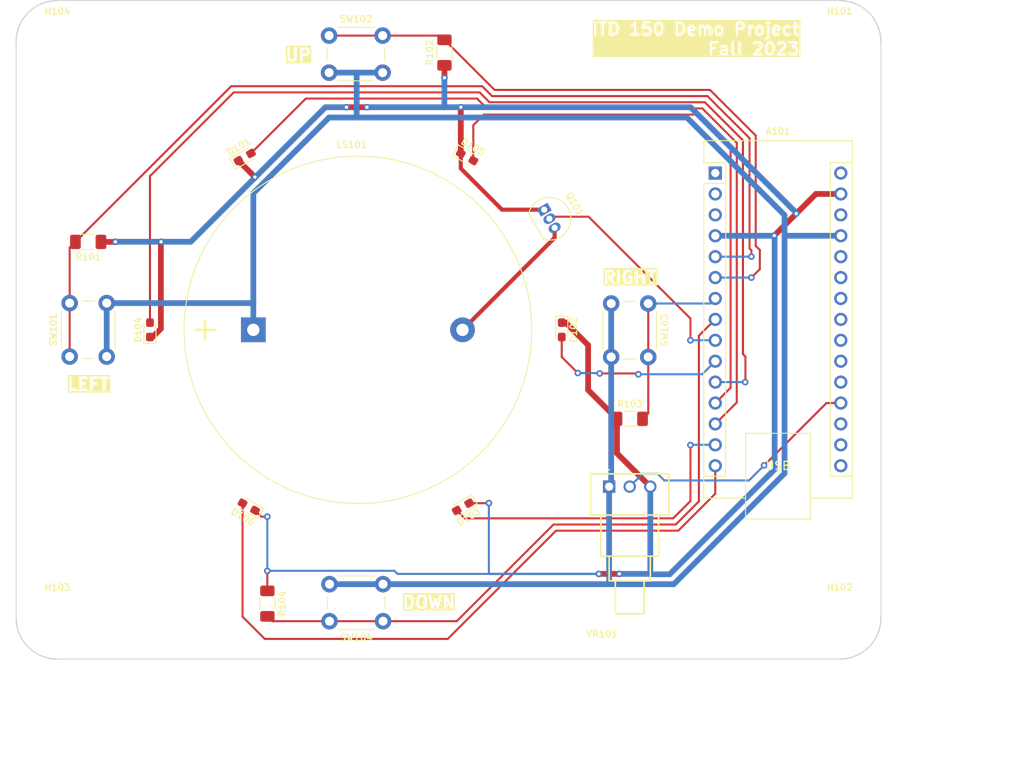
<source format=kicad_pcb>
(kicad_pcb (version 20221018) (generator pcbnew)
  (layers (0 "F.Cu" signal) (31 "B.Cu" signal) (34 "B.Paste" user) (35 "F.Paste" user) (36 "B.SilkS" user "B.Silkscreen") (37 "F.SilkS" user "F.Silkscreen") (38 "B.Mask" user) (39 "F.Mask" user) (44 "Edge.Cuts" user))
  (net 0 "")
  (net 4 "GND")
  (net 5 "/LEFT")
  (net 6 "/UP")
  (net 7 "/RIGHT")
  (net 8 "/DOWN")
  (net 9 "/SPEAKER_PWM")
  (net 10 "/LED_YELLOW")
  (net 11 "/LED_GREEN")
  (net 12 "/LED_YELLOW_PWM")
  (net 13 "/LED_GREEN_PWM")
  (net 14 "/LED_BLUE_PWM")
  (net 15 "/LED_BLUE")
  (net 17 "+3V3")
  (net 19 "/POTENTIOMETER_AIN")
  (net 27 "+5V")
  (net 30 "Net-(Q101-D)")
  (footprint "MountingHole:MountingHole_2.7mm_M2.5" (layer "F.Cu") (at 80 65)
    (fp_text reference "H104" (at 0 -3.7 unlocked) (layer "F.SilkS") (effects (font (size 0.8 0.8))))
    (fp_text value "M2.5")
    (pad "" np_thru_hole circle (at 0 0) (size 2.7 2.7) (drill 2.7) (layers "*.Cu" "*.Mask"))
  )
  (footprint "Button_Switch_THT:SW_PUSH_6mm_H4.3mm" (layer "F.Cu") (at 113 64.25)
    (fp_text reference "SW102" (at 3.25 -2 unlocked) (layer "F.SilkS") (effects (font (size 0.8 0.8))))
    (fp_text value "UP")
    (fp_line (start -0.25 1.5) (end -0.25 3) (stroke (width 0.12)) (layer "F.SilkS"))
    (fp_line (start 1 5.5) (end 5.5 5.5) (stroke (width 0.12)) (layer "F.SilkS"))
    (fp_line (start 5.5 -1) (end 1 -1) (stroke (width 0.12)) (layer "F.SilkS"))
    (fp_line (start 6.75 3) (end 6.75 1.5) (stroke (width 0.12)) (layer "F.SilkS"))
    (pad "1" thru_hole circle (at 0 0 90) (size 2 2) (drill 1.1) (layers "*.Cu" "*.Mask") (net 6 "/UP"))
    (pad "1" thru_hole circle (at 6.5 0 90) (size 2 2) (drill 1.1) (layers "*.Cu" "*.Mask") (net 6 "/UP"))
    (pad "2" thru_hole circle (at 0 4.5 90) (size 2 2) (drill 1.1) (layers "*.Cu" "*.Mask") (net 27 "+5V"))
    (pad "2" thru_hole circle (at 6.5 4.5 90) (size 2 2) (drill 1.1) (layers "*.Cu" "*.Mask") (net 27 "+5V"))
  )
  (footprint "MountingHole:MountingHole_2.7mm_M2.5" (layer "F.Cu") (at 175 65.000002)
    (fp_text reference "H101" (at 0 -3.7 unlocked) (layer "F.SilkS") (effects (font (size 0.8 0.8))))
    (fp_text value "M2.5")
    (pad "" np_thru_hole circle (at 0 0) (size 2.7 2.7) (drill 2.7) (layers "*.Cu" "*.Mask"))
  )
  (footprint "LED_SMD:LED_0603_1608Metric_Pad1.05x0.95mm_HandSolder" (layer "F.Cu") (at 103.25 121.5 150)
    (fp_text reference "D106" (at 0 -1.43 330 unlocked) (layer "F.SilkS") (effects (font (size 0.8 0.8))))
    (fp_text value "BLUE")
    (fp_line (start -1.66 -0.735) (end -1.66 0.735) (stroke (width 0.12)) (layer "F.SilkS"))
    (fp_line (start -1.66 0.735) (end 0.8 0.735) (stroke (width 0.12)) (layer "F.SilkS"))
    (fp_line (start 0.8 -0.735) (end -1.66 -0.735) (stroke (width 0.12)) (layer "F.SilkS"))
    (pad "1" smd roundrect (at -0.875 0 150) (size 1.05 0.95) (layers "F.Cu" "F.Paste" "F.Mask") (net 4 "GND"))
    (pad "2" smd roundrect (at 0.875 0 150) (size 1.05 0.95) (layers "F.Cu" "F.Paste" "F.Mask") (net 15 "/LED_BLUE"))
  )
  (footprint "Button_Switch_THT:SW_PUSH_6mm_H4.3mm" (layer "F.Cu") (at 119.55 135.4 180)
    (fp_text reference "SW104" (at 3.25 -2 unlocked) (layer "F.SilkS") (effects (font (size 0.8 0.8))))
    (fp_text value "DOWN")
    (fp_line (start -0.25 1.5) (end -0.25 3) (stroke (width 0.12)) (layer "F.SilkS"))
    (fp_line (start 1 5.5) (end 5.5 5.5) (stroke (width 0.12)) (layer "F.SilkS"))
    (fp_line (start 5.5 -1) (end 1 -1) (stroke (width 0.12)) (layer "F.SilkS"))
    (fp_line (start 6.75 3) (end 6.75 1.5) (stroke (width 0.12)) (layer "F.SilkS"))
    (pad "1" thru_hole circle (at 0 0 270) (size 2 2) (drill 1.1) (layers "*.Cu" "*.Mask") (net 8 "/DOWN"))
    (pad "1" thru_hole circle (at 6.5 0 270) (size 2 2) (drill 1.1) (layers "*.Cu" "*.Mask") (net 8 "/DOWN"))
    (pad "2" thru_hole circle (at 0 4.5 270) (size 2 2) (drill 1.1) (layers "*.Cu" "*.Mask") (net 27 "+5V"))
    (pad "2" thru_hole circle (at 6.5 4.5 270) (size 2 2) (drill 1.1) (layers "*.Cu" "*.Mask") (net 27 "+5V"))
  )
  (footprint "Button_Switch_THT:SW_PUSH_6mm_H4.3mm" (layer "F.Cu") (at 151.75 96.8 -90)
    (fp_text reference "SW103" (at 3.25 -2 90 unlocked) (layer "F.SilkS") (effects (font (size 0.8 0.8))))
    (fp_text value "RIGHT")
    (fp_line (start -0.25 1.5) (end -0.25 3) (stroke (width 0.12)) (layer "F.SilkS"))
    (fp_line (start 1 5.5) (end 5.5 5.5) (stroke (width 0.12)) (layer "F.SilkS"))
    (fp_line (start 5.5 -1) (end 1 -1) (stroke (width 0.12)) (layer "F.SilkS"))
    (fp_line (start 6.75 3) (end 6.75 1.5) (stroke (width 0.12)) (layer "F.SilkS"))
    (pad "1" thru_hole circle (at 0 0) (size 2 2) (drill 1.1) (layers "*.Cu" "*.Mask") (net 7 "/RIGHT"))
    (pad "1" thru_hole circle (at 6.5 0) (size 2 2) (drill 1.1) (layers "*.Cu" "*.Mask") (net 7 "/RIGHT"))
    (pad "2" thru_hole circle (at 0 4.5) (size 2 2) (drill 1.1) (layers "*.Cu" "*.Mask") (net 27 "+5V"))
    (pad "2" thru_hole circle (at 6.5 4.5) (size 2 2) (drill 1.1) (layers "*.Cu" "*.Mask") (net 27 "+5V"))
  )
  (footprint "LED_SMD:LED_0603_1608Metric_Pad1.05x0.95mm_HandSolder" (layer "F.Cu") (at 129.75 79 -30)
    (fp_text reference "D105" (at 0 -1.43 -30 unlocked) (layer "F.SilkS") (effects (font (size 0.8 0.8))))
    (fp_text value "BLUE")
    (fp_line (start -1.66 -0.735) (end -1.66 0.735) (stroke (width 0.12)) (layer "F.SilkS"))
    (fp_line (start -1.66 0.735) (end 0.8 0.735) (stroke (width 0.12)) (layer "F.SilkS"))
    (fp_line (start 0.8 -0.735) (end -1.66 -0.735) (stroke (width 0.12)) (layer "F.SilkS"))
    (pad "1" smd roundrect (at -0.875 0 330) (size 1.05 0.95) (layers "F.Cu" "F.Paste" "F.Mask") (net 4 "GND"))
    (pad "2" smd roundrect (at 0.875 0 330) (size 1.05 0.95) (layers "F.Cu" "F.Paste" "F.Mask") (net 14 "/LED_BLUE_PWM"))
  )
  (footprint "MountingHole:MountingHole_2.7mm_M2.5" (layer "F.Cu") (at 174.999998 135)
    (fp_text reference "H102" (at 0 -3.7 unlocked) (layer "F.SilkS") (effects (font (size 0.8 0.8))))
    (fp_text value "M2.5")
    (pad "" np_thru_hole circle (at 0 0) (size 2.7 2.7) (drill 2.7) (layers "*.Cu" "*.Mask"))
  )
  (footprint "LED_SMD:LED_0603_1608Metric_Pad1.05x0.95mm_HandSolder" (layer "F.Cu") (at 129.25 121.5 -150)
    (fp_text reference "D103" (at 0 -1.43 30 unlocked) (layer "F.SilkS") (effects (font (size 0.8 0.8))))
    (fp_text value "GREEN")
    (fp_line (start -1.66 -0.735) (end -1.66 0.735) (stroke (width 0.12)) (layer "F.SilkS"))
    (fp_line (start -1.66 0.735) (end 0.8 0.735) (stroke (width 0.12)) (layer "F.SilkS"))
    (fp_line (start 0.8 -0.735) (end -1.66 -0.735) (stroke (width 0.12)) (layer "F.SilkS"))
    (pad "1" smd roundrect (at -0.875 0 210) (size 1.05 0.95) (layers "F.Cu" "F.Paste" "F.Mask") (net 4 "GND"))
    (pad "2" smd roundrect (at 0.875 0 210) (size 1.05 0.95) (layers "F.Cu" "F.Paste" "F.Mask") (net 13 "/LED_GREEN_PWM"))
  )
  (footprint "LED_SMD:LED_0603_1608Metric_Pad1.05x0.95mm_HandSolder" (layer "F.Cu") (at 102.75 79 30)
    (fp_text reference "D101" (at 0 -1.43 30 unlocked) (layer "F.SilkS") (effects (font (size 0.8 0.8))))
    (fp_text value "YELLOW")
    (fp_line (start -1.66 -0.735) (end -1.66 0.735) (stroke (width 0.12)) (layer "F.SilkS"))
    (fp_line (start -1.66 0.735) (end 0.8 0.735) (stroke (width 0.12)) (layer "F.SilkS"))
    (fp_line (start 0.8 -0.735) (end -1.66 -0.735) (stroke (width 0.12)) (layer "F.SilkS"))
    (pad "1" smd roundrect (at -0.875 0 30) (size 1.05 0.95) (layers "F.Cu" "F.Paste" "F.Mask") (net 4 "GND"))
    (pad "2" smd roundrect (at 0.875 0 30) (size 1.05 0.95) (layers "F.Cu" "F.Paste" "F.Mask") (net 12 "/LED_YELLOW_PWM"))
  )
  (footprint "MountingHole:MountingHole_2.7mm_M2.5" (layer "F.Cu") (at 79.999998 134.999998)
    (fp_text reference "H103" (at 0 -3.7 unlocked) (layer "F.SilkS") (effects (font (size 0.8 0.8))))
    (fp_text value "M2.5")
    (pad "" np_thru_hole circle (at 0 0) (size 2.7 2.7) (drill 2.7) (layers "*.Cu" "*.Mask"))
  )
  (footprint "Buzzer_Beeper:MagneticBuzzer_ProjectsUnlimited_AI-4228-TWT-R" (layer "F.Cu") (at 103.8 100)
    (fp_text reference "LS101" (at 11.95 -22.5 unlocked) (layer "F.SilkS") (effects (font (size 0.8 0.8))))
    (fp_text value "Speaker")
    (fp_text user "+" (at -5.85 -0.2) (layer "F.SilkS") (effects (font (size 3 3) (thickness 0.3))))
    (fp_circle (center 12.7 0) (end 33.8 0) (stroke (width 0.12)) (fill none) (layer "F.SilkS"))
    (pad "1" thru_hole rect (at 0 0) (size 3 3) (drill 1.5) (layers "*.Cu" "*.Mask") (net 27 "+5V"))
    (pad "2" thru_hole circle (at 25.4 0) (size 3 3) (drill 1.5) (layers "*.Cu" "*.Mask") (net 30 "Net-(Q101-D)"))
  )
  (footprint "Resistor_SMD:R_1206_3216Metric_Pad1.30x1.75mm_HandSolder" (layer "F.Cu") (at 105.507772 133.2625 -90)
    (fp_text reference "R104" (at 0 -1.82 90 unlocked) (layer "F.SilkS") (effects (font (size 0.8 0.8))))
    (fp_text value "10k")
    (fp_line (start -0.727064 -0.91) (end 0.727064 -0.91) (stroke (width 0.12)) (layer "F.SilkS"))
    (fp_line (start -0.727064 0.91) (end 0.727064 0.91) (stroke (width 0.12)) (layer "F.SilkS"))
    (pad "1" smd roundrect (at -1.55 0 270) (size 1.3 1.75) (layers "F.Cu" "F.Paste" "F.Mask") (roundrect_rratio 0.1923076923) (net 4 "GND"))
    (pad "2" smd roundrect (at 1.55 0 270) (size 1.3 1.75) (layers "F.Cu" "F.Paste" "F.Mask") (roundrect_rratio 0.1923076923) (net 8 "/DOWN"))
  )
  (footprint "Button_Switch_THT:SW_PUSH_6mm_H4.3mm" (layer "F.Cu") (at 81.5 103.25 90)
    (fp_text reference "SW101" (at 3.25 -2 90 unlocked) (layer "F.SilkS") (effects (font (size 0.8 0.8))))
    (fp_text value "LEFT")
    (fp_line (start -0.25 1.5) (end -0.25 3) (stroke (width 0.12)) (layer "F.SilkS"))
    (fp_line (start 1 5.5) (end 5.5 5.5) (stroke (width 0.12)) (layer "F.SilkS"))
    (fp_line (start 5.5 -1) (end 1 -1) (stroke (width 0.12)) (layer "F.SilkS"))
    (fp_line (start 6.75 3) (end 6.75 1.5) (stroke (width 0.12)) (layer "F.SilkS"))
    (pad "1" thru_hole circle (at 0 0 180) (size 2 2) (drill 1.1) (layers "*.Cu" "*.Mask") (net 5 "/LEFT"))
    (pad "1" thru_hole circle (at 6.5 0 180) (size 2 2) (drill 1.1) (layers "*.Cu" "*.Mask") (net 5 "/LEFT"))
    (pad "2" thru_hole circle (at 0 4.5 180) (size 2 2) (drill 1.1) (layers "*.Cu" "*.Mask") (net 27 "+5V"))
    (pad "2" thru_hole circle (at 6.5 4.5 180) (size 2 2) (drill 1.1) (layers "*.Cu" "*.Mask") (net 27 "+5V"))
  )
  (footprint "Resistor_SMD:R_1206_3216Metric_Pad1.30x1.75mm_HandSolder" (layer "F.Cu") (at 127.007772 66.3125 90)
    (fp_text reference "R102" (at 0 -1.82 90 unlocked) (layer "F.SilkS") (effects (font (size 0.8 0.8))))
    (fp_text value "10k")
    (fp_line (start -0.727064 -0.91) (end 0.727064 -0.91) (stroke (width 0.12)) (layer "F.SilkS"))
    (fp_line (start -0.727064 0.91) (end 0.727064 0.91) (stroke (width 0.12)) (layer "F.SilkS"))
    (pad "1" smd roundrect (at -1.55 0 90) (size 1.3 1.75) (layers "F.Cu" "F.Paste" "F.Mask") (roundrect_rratio 0.1923076923) (net 4 "GND"))
    (pad "2" smd roundrect (at 1.55 0 90) (size 1.3 1.75) (layers "F.Cu" "F.Paste" "F.Mask") (roundrect_rratio 0.1923076923) (net 6 "/UP"))
  )
  (footprint "footprints:alps_alpine_RK09Y11L0001" (layer "F.Cu") (at 147 119.05 90)
    (fp_text reference "VR101" (at -17.9 -0.85 unlocked) (layer "F.SilkS") (effects (font (size 0.8 0.8))))
    (fp_text value "RK09Y11L0001" hide)
    (fp_line (start -15.45 0.75) (end -15.45 4.25) (stroke (width 0.2)) (layer "F.SilkS"))
    (fp_line (start -15.45 4.25) (end -11.45 4.25) (stroke (width 0.2)) (layer "F.SilkS"))
    (fp_line (start -11.45 0) (end -11.45 5) (stroke (width 0.2)) (layer "F.SilkS"))
    (fp_line (start -11.45 0.75) (end -15.45 0.75) (stroke (width 0.2)) (layer "F.SilkS"))
    (fp_line (start -11.45 5) (end -8.45 5) (stroke (width 0.2)) (layer "F.SilkS"))
    (fp_line (start -8.45 -1) (end -8.45 6) (stroke (width 0.2)) (layer "F.SilkS"))
    (fp_line (start -8.45 0) (end -11.45 0) (stroke (width 0.2)) (layer "F.SilkS"))
    (fp_line (start -8.45 6) (end -3.45 6) (stroke (width 0.2)) (layer "F.SilkS"))
    (fp_line (start -3.45 -2.25) (end 1.55 -2.25) (stroke (width 0.2)) (layer "F.SilkS"))
    (fp_line (start -3.45 -1) (end -8.45 -1) (stroke (width 0.2)) (layer "F.SilkS"))
    (fp_line (start -3.45 7.25) (end -3.45 -2.25) (stroke (width 0.2)) (layer "F.SilkS"))
    (fp_line (start 1.55 -2.25) (end 1.55 7.25) (stroke (width 0.2)) (layer "F.SilkS"))
    (fp_line (start 1.55 7.25) (end -3.45 7.25) (stroke (width 0.2)) (layer "F.SilkS"))
    (fp_line (start 2 0) (end 2 0) (stroke (width 0.1)) (layer "F.SilkS"))
    (fp_line (start 2.1 0) (end 2.1 0) (stroke (width 0.1)) (layer "F.SilkS"))
    (fp_arc (start 2 0) (mid 2.05 -0.05) (end 2.1 0) (stroke (width 0.1)) (layer "F.SilkS"))
    (fp_arc (start 2.1 0) (mid 2.05 0.05) (end 2 0) (stroke (width 0.1)) (layer "F.SilkS"))
    (pad "1" thru_hole rect (at 0 0 90) (size 1.5 1.5) (drill 1) (layers "*.Cu" "*.Mask") (net 27 "+5V"))
    (pad "2" thru_hole circle (at 0 2.5 90) (size 1.5 1.5) (drill 1) (layers "*.Cu" "*.Mask") (net 19 "/POTENTIOMETER_AIN"))
    (pad "3" thru_hole circle (at 0 5 90) (size 1.5 1.5) (drill 1) (layers "*.Cu" "*.Mask") (net 4 "GND"))
  )
  (footprint "Module:Arduino_Nano" (layer "F.Cu") (at 159.89 80.95)
    (fp_text reference "A101" (at 7.62 -5.08 unlocked) (layer "F.SilkS") (effects (font (size 0.8 0.8))))
    (fp_text value "Arduino_Nano_v3.x")
    (fp_text user "USB" (at 7.62 35.56 unlocked) (layer "F.SilkS"))
    (fp_line (start -1.4 -3.94) (end -1.4 -1.27) (stroke (width 0.12)) (layer "F.SilkS"))
    (fp_line (start -1.4 1.27) (end -1.4 39.5) (stroke (width 0.12)) (layer "F.SilkS"))
    (fp_line (start -1.4 39.5) (end 3.68 39.5) (stroke (width 0.12)) (layer "F.SilkS"))
    (fp_line (start 1.27 -1.27) (end -1.4 -1.27) (stroke (width 0.12)) (layer "F.SilkS"))
    (fp_line (start 1.27 1.27) (end -1.4 1.27) (stroke (width 0.12)) (layer "F.SilkS"))
    (fp_line (start 1.27 1.27) (end 1.27 -1.27) (stroke (width 0.12)) (layer "F.SilkS"))
    (fp_line (start 1.27 1.27) (end 1.27 36.83) (stroke (width 0.12)) (layer "F.SilkS"))
    (fp_line (start 1.27 36.83) (end -1.4 36.83) (stroke (width 0.12)) (layer "F.SilkS"))
    (fp_line (start 3.68 31.62) (end 11.56 31.62) (stroke (width 0.12)) (layer "F.SilkS"))
    (fp_line (start 3.68 42.04) (end 3.68 31.62) (stroke (width 0.12)) (layer "F.SilkS"))
    (fp_line (start 11.56 31.62) (end 11.56 42.04) (stroke (width 0.12)) (layer "F.SilkS"))
    (fp_line (start 11.56 42.04) (end 3.68 42.04) (stroke (width 0.12)) (layer "F.SilkS"))
    (fp_line (start 13.97 -1.27) (end 13.97 36.83) (stroke (width 0.12)) (layer "F.SilkS"))
    (fp_line (start 13.97 -1.27) (end 16.64 -1.27) (stroke (width 0.12)) (layer "F.SilkS"))
    (fp_line (start 13.97 36.83) (end 16.64 36.83) (stroke (width 0.12)) (layer "F.SilkS"))
    (fp_line (start 16.64 -3.94) (end -1.4 -3.94) (stroke (width 0.12)) (layer "F.SilkS"))
    (fp_line (start 16.64 39.5) (end 11.56 39.5) (stroke (width 0.12)) (layer "F.SilkS"))
    (fp_line (start 16.64 39.5) (end 16.64 -3.94) (stroke (width 0.12)) (layer "F.SilkS"))
    (pad "1" thru_hole rect (at 0 0) (size 1.6 1.6) (drill 1) (layers "*.Cu" "*.Mask"))
    (pad "2" thru_hole oval (at 0 2.54) (size 1.6 1.6) (drill 1) (layers "*.Cu" "*.Mask"))
    (pad "3" thru_hole oval (at 0 5.08) (size 1.6 1.6) (drill 1) (layers "*.Cu" "*.Mask"))
    (pad "4" thru_hole oval (at 0 7.62) (size 1.6 1.6) (drill 1) (layers "*.Cu" "*.Mask") (net 4 "GND"))
    (pad "5" thru_hole oval (at 0 10.16) (size 1.6 1.6) (drill 1) (layers "*.Cu" "*.Mask") (net 5 "/LEFT"))
    (pad "6" thru_hole oval (at 0 12.7) (size 1.6 1.6) (drill 1) (layers "*.Cu" "*.Mask") (net 6 "/UP"))
    (pad "7" thru_hole oval (at 0 15.24) (size 1.6 1.6) (drill 1) (layers "*.Cu" "*.Mask") (net 7 "/RIGHT"))
    (pad "8" thru_hole oval (at 0 17.78) (size 1.6 1.6) (drill 1) (layers "*.Cu" "*.Mask") (net 8 "/DOWN"))
    (pad "9" thru_hole oval (at 0 20.32) (size 1.6 1.6) (drill 1) (layers "*.Cu" "*.Mask") (net 9 "/SPEAKER_PWM"))
    (pad "10" thru_hole oval (at 0 22.86) (size 1.6 1.6) (drill 1) (layers "*.Cu" "*.Mask") (net 10 "/LED_YELLOW"))
    (pad "11" thru_hole oval (at 0 25.4) (size 1.6 1.6) (drill 1) (layers "*.Cu" "*.Mask") (net 11 "/LED_GREEN"))
    (pad "12" thru_hole oval (at 0 27.94) (size 1.6 1.6) (drill 1) (layers "*.Cu" "*.Mask") (net 14 "/LED_BLUE_PWM"))
    (pad "13" thru_hole oval (at 0 30.48) (size 1.6 1.6) (drill 1) (layers "*.Cu" "*.Mask") (net 12 "/LED_YELLOW_PWM"))
    (pad "14" thru_hole oval (at 0 33.02) (size 1.6 1.6) (drill 1) (layers "*.Cu" "*.Mask") (net 13 "/LED_GREEN_PWM"))
    (pad "15" thru_hole oval (at 0 35.56) (size 1.6 1.6) (drill 1) (layers "*.Cu" "*.Mask") (net 15 "/LED_BLUE"))
    (pad "16" thru_hole oval (at 15.24 35.56) (size 1.6 1.6) (drill 1) (layers "*.Cu" "*.Mask"))
    (pad "17" thru_hole oval (at 15.24 33.02) (size 1.6 1.6) (drill 1) (layers "*.Cu" "*.Mask") (net 17 "+3V3"))
    (pad "18" thru_hole oval (at 15.24 30.48) (size 1.6 1.6) (drill 1) (layers "*.Cu" "*.Mask"))
    (pad "19" thru_hole oval (at 15.24 27.94) (size 1.6 1.6) (drill 1) (layers "*.Cu" "*.Mask") (net 19 "/POTENTIOMETER_AIN"))
    (pad "20" thru_hole oval (at 15.24 25.4) (size 1.6 1.6) (drill 1) (layers "*.Cu" "*.Mask"))
    (pad "21" thru_hole oval (at 15.24 22.86) (size 1.6 1.6) (drill 1) (layers "*.Cu" "*.Mask"))
    (pad "22" thru_hole oval (at 15.24 20.32) (size 1.6 1.6) (drill 1) (layers "*.Cu" "*.Mask"))
    (pad "23" thru_hole oval (at 15.24 17.78) (size 1.6 1.6) (drill 1) (layers "*.Cu" "*.Mask"))
    (pad "24" thru_hole oval (at 15.24 15.24) (size 1.6 1.6) (drill 1) (layers "*.Cu" "*.Mask"))
    (pad "25" thru_hole oval (at 15.24 12.7) (size 1.6 1.6) (drill 1) (layers "*.Cu" "*.Mask"))
    (pad "26" thru_hole oval (at 15.24 10.16) (size 1.6 1.6) (drill 1) (layers "*.Cu" "*.Mask"))
    (pad "27" thru_hole oval (at 15.24 7.62) (size 1.6 1.6) (drill 1) (layers "*.Cu" "*.Mask") (net 27 "+5V"))
    (pad "28" thru_hole oval (at 15.24 5.08) (size 1.6 1.6) (drill 1) (layers "*.Cu" "*.Mask"))
    (pad "29" thru_hole oval (at 15.24 2.54) (size 1.6 1.6) (drill 1) (layers "*.Cu" "*.Mask") (net 4 "GND"))
    (pad "30" thru_hole oval (at 15.24 0) (size 1.6 1.6) (drill 1) (layers "*.Cu" "*.Mask"))
  )
  (footprint "Package_TO_SOT_THT:TO-92_Inline" (layer "F.Cu") (at 139.115 85.400148 -60)
    (fp_text reference "Q101" (at 1.27 -3.56 -60 unlocked) (layer "F.SilkS") (effects (font (size 0.8 0.8))))
    (fp_text value "2N7000")
    (fp_line (start -0.53 1.85) (end 3.07 1.85) (stroke (width 0.12)) (layer "F.SilkS"))
    (fp_arc (start -0.568478 1.838478) (mid -1.132087 -0.994977) (end 1.27 -2.6) (stroke (width 0.12)) (layer "F.SilkS"))
    (fp_arc (start 1.27 -2.6) (mid 3.672087 -0.994977) (end 3.108478 1.838478) (stroke (width 0.12)) (layer "F.SilkS"))
    (pad "1" thru_hole rect (at 0 0 300) (size 1.05 1.5) (drill 0.75) (layers "*.Cu" "*.Mask") (net 4 "GND"))
    (pad "2" thru_hole oval (at 1.27 0 300) (size 1.05 1.5) (drill 0.75) (layers "*.Cu" "*.Mask") (net 9 "/SPEAKER_PWM"))
    (pad "3" thru_hole oval (at 2.54 0 300) (size 1.05 1.5) (drill 0.75) (layers "*.Cu" "*.Mask") (net 30 "Net-(Q101-D)"))
  )
  (footprint "LED_SMD:LED_0603_1608Metric_Pad1.05x0.95mm_HandSolder" (layer "F.Cu") (at 141.25 100 -90)
    (fp_text reference "D102" (at 0 -1.43 90 unlocked) (layer "F.SilkS") (effects (font (size 0.8 0.8))))
    (fp_text value "YELLOW")
    (fp_line (start -1.66 -0.735) (end -1.66 0.735) (stroke (width 0.12)) (layer "F.SilkS"))
    (fp_line (start -1.66 0.735) (end 0.8 0.735) (stroke (width 0.12)) (layer "F.SilkS"))
    (fp_line (start 0.8 -0.735) (end -1.66 -0.735) (stroke (width 0.12)) (layer "F.SilkS"))
    (pad "1" smd roundrect (at -0.875 0 270) (size 1.05 0.95) (layers "F.Cu" "F.Paste" "F.Mask") (net 4 "GND"))
    (pad "2" smd roundrect (at 0.875 0 270) (size 1.05 0.95) (layers "F.Cu" "F.Paste" "F.Mask") (net 10 "/LED_YELLOW"))
  )
  (footprint "Resistor_SMD:R_1206_3216Metric_Pad1.30x1.75mm_HandSolder" (layer "F.Cu") (at 83.75 89.3125 180)
    (fp_text reference "R101" (at 0 -1.82 unlocked) (layer "F.SilkS") (effects (font (size 0.8 0.8))))
    (fp_text value "10k")
    (fp_line (start -0.727064 -0.91) (end 0.727064 -0.91) (stroke (width 0.12)) (layer "F.SilkS"))
    (fp_line (start -0.727064 0.91) (end 0.727064 0.91) (stroke (width 0.12)) (layer "F.SilkS"))
    (pad "1" smd roundrect (at -1.55 0 180) (size 1.3 1.75) (layers "F.Cu" "F.Paste" "F.Mask") (roundrect_rratio 0.1923076923) (net 4 "GND"))
    (pad "2" smd roundrect (at 1.55 0 180) (size 1.3 1.75) (layers "F.Cu" "F.Paste" "F.Mask") (roundrect_rratio 0.1923076923) (net 5 "/LEFT"))
  )
  (footprint "Resistor_SMD:R_1206_3216Metric_Pad1.30x1.75mm_HandSolder" (layer "F.Cu") (at 149.507772 110.8125)
    (fp_text reference "R103" (at 0 -1.82 unlocked) (layer "F.SilkS") (effects (font (size 0.8 0.8))))
    (fp_text value "10k")
    (fp_line (start -0.727064 -0.91) (end 0.727064 -0.91) (stroke (width 0.12)) (layer "F.SilkS"))
    (fp_line (start -0.727064 0.91) (end 0.727064 0.91) (stroke (width 0.12)) (layer "F.SilkS"))
    (pad "1" smd roundrect (at -1.55 0) (size 1.3 1.75) (layers "F.Cu" "F.Paste" "F.Mask") (roundrect_rratio 0.1923076923) (net 4 "GND"))
    (pad "2" smd roundrect (at 1.55 0) (size 1.3 1.75) (layers "F.Cu" "F.Paste" "F.Mask") (roundrect_rratio 0.1923076923) (net 7 "/RIGHT"))
  )
  (footprint "LED_SMD:LED_0603_1608Metric_Pad1.05x0.95mm_HandSolder" (layer "F.Cu") (at 91.25 100 90)
    (fp_text reference "D104" (at 0 -1.43 90 unlocked) (layer "F.SilkS") (effects (font (size 0.8 0.8))))
    (fp_text value "GREEN")
    (fp_line (start -1.66 -0.735) (end -1.66 0.735) (stroke (width 0.12)) (layer "F.SilkS"))
    (fp_line (start -1.66 0.735) (end 0.8 0.735) (stroke (width 0.12)) (layer "F.SilkS"))
    (fp_line (start 0.8 -0.735) (end -1.66 -0.735) (stroke (width 0.12)) (layer "F.SilkS"))
    (pad "1" smd roundrect (at -0.875 0 90) (size 1.05 0.95) (layers "F.Cu" "F.Paste" "F.Mask") (net 4 "GND"))
    (pad "2" smd roundrect (at 0.875 0 90) (size 1.05 0.95) (layers "F.Cu" "F.Paste" "F.Mask") (net 11 "/LED_GREEN"))
  )
  (gr_arc (start 175 60.000002) (mid 178.535533 61.464468) (end 180 65.000002) (stroke (width 0.15)) (layer "Edge.Cuts"))
  (gr_line (start 180 65.000002) (end 179.999998 135) (stroke (width 0.1)) (layer "Edge.Cuts"))
  (gr_line (start 75 65) (end 74.999998 134.999998) (stroke (width 0.1)) (layer "Edge.Cuts"))
  (gr_arc (start 75 65) (mid 76.464466 61.464467) (end 80 60) (stroke (width 0.15)) (layer "Edge.Cuts"))
  (gr_line (start 175 60.000002) (end 80 60) (stroke (width 0.1)) (layer "Edge.Cuts"))
  (gr_arc (start 79.999998 139.999998) (mid 76.464465 138.535532) (end 74.999998 134.999998) (stroke (width 0.15)) (layer "Edge.Cuts"))
  (gr_line (start 79.999998 139.999998) (end 174.999998 140) (stroke (width 0.1)) (layer "Edge.Cuts"))
  (gr_arc (start 179.999998 135) (mid 178.535532 138.535533) (end 174.999998 140) (stroke (width 0.15)) (layer "Edge.Cuts"))
  (gr_text "RIGHT" (at 149.5 94.5) (layer "F.SilkS" knockout) (effects (font (size 1.5 1.5) (thickness 0.3) bold) (justify bottom)))
  (gr_text "DOWN" (at 121.75 134) (layer "F.SilkS" knockout) (effects (font (size 1.5 1.5) (thickness 0.3) bold) (justify left bottom)))
  (gr_text "ITD 150 Demo Project\nFall 2023" (at 170.25 66.75) (layer "F.SilkS" knockout) (effects (font (size 1.5 1.5) (thickness 0.25) bold) (justify right bottom)))
  (gr_text "UP" (at 111 67.5) (layer "F.SilkS" knockout) (effects (font (size 1.5 1.5) (thickness 0.3) bold) (justify right bottom)))
  (gr_text "LEFT" (at 83.75 107.5) (layer "F.SilkS" knockout) (effects (font (size 1.5 1.5) (thickness 0.3) bold) (justify bottom)))
  (segment (start 169.72525 85.87525) (end 167.0505 88.55) (width 0.7) (layer "F.Cu") (net 4))
  (segment (start 101.992228 79.442228) (end 103.99147 81.44147) (width 0.7) (layer "F.Cu") (net 4))
  (segment (start 172.1105 83.49) (end 169.72525 85.87525) (width 0.7) (layer "F.Cu") (net 4))
  (segment (start 128.992228 78.5625) (end 128.992228 80.392228) (width 0.5) (layer "F.Cu") (net 4))
  (segment (start 147.957772 110.8125) (end 147.957772 115.007772) (width 0.7) (layer "F.Cu") (net 4))
  (segment (start 104.007772 121.9375) (end 104.770272 122.7) (width 0.25) (layer "F.Cu") (net 4))
  (segment (start 101.992228 79.4375) (end 101.992228 79.442228) (width 0.7) (layer "F.Cu") (net 4))
  (segment (start 92.575 89.325) (end 92.575 99.862957) (width 0.7) (layer "F.Cu") (net 4))
  (segment (start 127.007772 69.367728) (end 127 69.3755) (width 0.7) (layer "F.Cu") (net 4))
  (segment (start 141.725 99.125) (end 144.45 101.85) (width 0.7) (layer "F.Cu") (net 4))
  (segment (start 141.25 99.125) (end 141.725 99.125) (width 0.7) (layer "F.Cu") (net 4))
  (segment (start 132.3875 121.0625) (end 132.4 121.05) (width 0.25) (layer "F.Cu") (net 4))
  (segment (start 128.992228 72.958272) (end 129 72.9505) (width 0.7) (layer "F.Cu") (net 4))
  (segment (start 104.770272 122.7) (end 105.5 122.7) (width 0.25) (layer "F.Cu") (net 4))
  (segment (start 128.992228 80.392228) (end 134.000148 85.400148) (width 0.5) (layer "F.Cu") (net 4))
  (segment (start 128.992228 78.5625) (end 128.992228 72.958272) (width 0.7) (layer "F.Cu") (net 4))
  (segment (start 144.45 101.85) (end 144.45 107.304728) (width 0.7) (layer "F.Cu") (net 4))
  (segment (start 134.000148 85.400148) (end 139.115 85.400148) (width 0.5) (layer "F.Cu") (net 4))
  (segment (start 91.562957 100.875) (end 91.25 100.875) (width 0.7) (layer "F.Cu") (net 4))
  (segment (start 115.1005 72.9505) (end 117.5995 72.9505) (width 0.7) (layer "F.Cu") (net 4))
  (segment (start 130.007772 121.0625) (end 132.3875 121.0625) (width 0.25) (layer "F.Cu") (net 4))
  (segment (start 147.957772 115.007772) (end 152 119.05) (width 0.7) (layer "F.Cu") (net 4))
  (segment (start 148.2495 129.6505) (end 145.7505 129.6505) (width 0.7) (layer "F.Cu") (net 4))
  (segment (start 87.0375 89.3125) (end 87.05 89.3) (width 0.7) (layer "F.Cu") (net 4))
  (segment (start 92.575 99.862957) (end 91.562957 100.875) (width 0.7) (layer "F.Cu") (net 4))
  (segment (start 144.45 107.304728) (end 147.957772 110.8125) (width 0.7) (layer "F.Cu") (net 4))
  (segment (start 105.5 131.704728) (end 105.507772 131.7125) (width 0.25) (layer "F.Cu") (net 4))
  (segment (start 175.13 83.49) (end 172.1105 83.49) (width 0.7) (layer "F.Cu") (net 4))
  (segment (start 105.5 129.285136) (end 105.5 131.704728) (width 0.25) (layer "F.Cu") (net 4))
  (segment (start 85.3 89.3125) (end 87.0375 89.3125) (width 0.7) (layer "F.Cu") (net 4))
  (segment (start 127.007772 67.8625) (end 127.007772 69.367728) (width 0.7) (layer "F.Cu") (net 4))
  (segment (start 92.6 89.3) (end 92.575 89.325) (width 0.7) (layer "F.Cu") (net 4))
  (via (at 87.05 89.3) (size 0.8) (drill 0.4) (layers "F.Cu" "B.Cu") (net 4))
  (via (at 105.5 122.7) (size 0.8) (drill 0.4) (layers "F.Cu" "B.Cu") (net 4))
  (via (at 115.1005 72.9505) (size 0.8) (drill 0.4) (layers "F.Cu" "B.Cu") (net 4))
  (via (at 92.6 89.3) (size 0.8) (drill 0.4) (layers "F.Cu" "B.Cu") (net 4))
  (via (at 103.99147 81.44147) (size 0.8) (drill 0.4) (layers "F.Cu" "B.Cu") (net 4))
  (via (at 127 69.3755) (size 0.8) (drill 0.4) (layers "F.Cu" "B.Cu") (net 4))
  (via (at 148.2495 129.6505) (size 0.8) (drill 0.4) (layers "F.Cu" "B.Cu") (net 4))
  (via (at 129 72.9505) (size 0.8) (drill 0.4) (layers "F.Cu" "B.Cu") (net 4))
  (via (at 132.4 121.05) (size 0.8) (drill 0.4) (layers "F.Cu" "B.Cu") (net 4))
  (via (at 169.72525 85.87525) (size 0.8) (drill 0.4) (layers "F.Cu" "B.Cu") (net 4))
  (via (at 167.0505 88.55) (size 0.8) (drill 0.4) (layers "F.Cu" "B.Cu") (net 4))
  (via (at 117.5995 72.9505) (size 0.8) (drill 0.4) (layers "F.Cu" "B.Cu") (net 4))
  (via (at 105.5 129.285136) (size 0.8) (drill 0.4) (layers "F.Cu" "B.Cu") (net 4))
  (via (at 145.7505 129.6505) (size 0.8) (drill 0.4) (layers "F.Cu" "B.Cu") (net 4))
  (segment (start 96.202944 89.3) (end 112.552444 72.9505) (width 0.7) (layer "B.Cu") (net 4))
  (segment (start 117.5995 72.9505) (end 127 72.9505) (width 0.7) (layer "B.Cu") (net 4))
  (segment (start 112.552444 72.9505) (end 115.1005 72.9505) (width 0.7) (layer "B.Cu") (net 4))
  (segment (start 152 119.05) (end 152 129.7) (width 0.7) (layer "B.Cu") (net 4))
  (segment (start 105.510136 129.275) (end 120.925 129.275) (width 0.25) (layer "B.Cu") (net 4))
  (segment (start 169.72525 85.788194) (end 169.72525 85.87525) (width 0.7) (layer "B.Cu") (net 4))
  (segment (start 152 129.7) (end 154.352944 129.7) (width 0.7) (layer "B.Cu") (net 4))
  (segment (start 167.0305 88.57) (end 167.0505 88.55) (width 0.7) (layer "B.Cu") (net 4))
  (segment (start 151.9505 129.6505) (end 152 129.7) (width 0.7) (layer "B.Cu") (net 4))
  (segment (start 127 72.9505) (end 129 72.9505) (width 0.7) (layer "B.Cu") (net 4))
  (segment (start 132.4 121.05) (end 132.4 129.6505) (width 0.25) (layer "B.Cu") (net 4))
  (segment (start 121.3 129.65) (end 145.75 129.65) (width 0.25) (layer "B.Cu") (net 4))
  (segment (start 167.1 88.5995) (end 167.0505 88.55) (width 0.7) (layer "B.Cu") (net 4))
  (segment (start 87.05 89.3) (end 96.202944 89.3) (width 0.7) (layer "B.Cu") (net 4))
  (segment (start 132.4 129.6505) (end 145.7505 129.6505) (width 0.25) (layer "B.Cu") (net 4))
  (segment (start 127 69.3755) (end 127 72.9505) (width 0.7) (layer "B.Cu") (net 4))
  (segment (start 154.352944 129.7) (end 167.1 116.952944) (width 0.7) (layer "B.Cu") (net 4))
  (segment (start 167.1 116.952944) (end 167.1 88.5995) (width 0.7) (layer "B.Cu") (net 4))
  (segment (start 145.75 129.65) (end 145.7505 129.6505) (width 0.25) (layer "B.Cu") (net 4))
  (segment (start 120.925 129.275) (end 121.3 129.65) (width 0.25) (layer "B.Cu") (net 4))
  (segment (start 105.5 129.285136) (end 105.5 122.7) (width 0.25) (layer "B.Cu") (net 4))
  (segment (start 159.89 88.57) (end 167.0305 88.57) (width 0.7) (layer "B.Cu") (net 4))
  (segment (start 156.887556 72.9505) (end 169.72525 85.788194) (width 0.7) (layer "B.Cu") (net 4))
  (segment (start 129 72.9505) (end 156.887556 72.9505) (width 0.7) (layer "B.Cu") (net 4))
  (segment (start 148.2495 129.6505) (end 151.9505 129.6505) (width 0.7) (layer "B.Cu") (net 4))
  (segment (start 105.5 129.285136) (end 105.510136 129.275) (width 0.25) (layer "B.Cu") (net 4))
  (segment (start 158.93934 71.6) (end 164.05 76.71066) (width 0.25) (layer "F.Cu") (net 5))
  (segment (start 164.05 90.11066) (end 164.2745 90.33516) (width 0.25) (layer "F.Cu") (net 5))
  (segment (start 101.1125 70.4) (end 131.584612 70.4) (width 0.25) (layer "F.Cu") (net 5))
  (segment (start 164.2745 90.33516) (end 164.2745 91.0255) (width 0.25) (layer "F.Cu") (net 5))
  (segment (start 164.05 76.71066) (end 164.05 90.11066) (width 0.25) (layer "F.Cu") (net 5))
  (segment (start 131.584612 70.4) (end 132.784612 71.6) (width 0.25) (layer "F.Cu") (net 5))
  (segment (start 81.5 90.0125) (end 82.2 89.3125) (width 0.25) (layer "F.Cu") (net 5))
  (segment (start 82.2 89.3125) (end 101.1125 70.4) (width 0.25) (layer "F.Cu") (net 5))
  (segment (start 81.5 103.25) (end 81.5 90.0125) (width 0.25) (layer "F.Cu") (net 5))
  (segment (start 132.784612 71.6) (end 158.93934 71.6) (width 0.25) (layer "F.Cu") (net 5))
  (via (at 164.2745 91.1) (size 0.8) (drill 0.4) (layers "F.Cu" "B.Cu") (net 5))
  (segment (start 164.2645 91.11) (end 164.2745 91.1) (width 0.25) (layer "B.Cu") (net 5))
  (segment (start 159.89 91.11) (end 164.2645 91.11) (width 0.25) (layer "B.Cu") (net 5))
  (segment (start 164.8 89.8) (end 165.2995 90.2995) (width 0.25) (layer "F.Cu") (net 6))
  (segment (start 164.8 76.4) (end 164.8 89.8) (width 0.25) (layer "F.Cu") (net 6))
  (segment (start 113 64.25) (end 126.495272 64.25) (width 0.25) (layer "F.Cu") (net 6))
  (segment (start 126.495272 64.25) (end 127.007772 64.7625) (width 0.25) (layer "F.Cu") (net 6))
  (segment (start 159.25 70.85) (end 164.8 76.4) (width 0.25) (layer "F.Cu") (net 6))
  (segment (start 165.2995 92.625) (end 164.2745 93.65) (width 0.25) (layer "F.Cu") (net 6))
  (segment (start 127.007772 64.7625) (end 133.095272 70.85) (width 0.25) (layer "F.Cu") (net 6))
  (segment (start 133.095272 70.85) (end 159.25 70.85) (width 0.25) (layer "F.Cu") (net 6))
  (segment (start 165.2995 90.2995) (end 165.2995 92.625) (width 0.25) (layer "F.Cu") (net 6))
  (via (at 164.2745 93.65) (size 0.8) (drill 0.4) (layers "F.Cu" "B.Cu") (net 6))
  (segment (start 159.89 93.65) (end 164.2745 93.65) (width 0.25) (layer "B.Cu") (net 6))
  (segment (start 151.75 110.120272) (end 151.75 96.8) (width 0.25) (layer "F.Cu") (net 7))
  (segment (start 151.057772 110.8125) (end 151.75 110.120272) (width 0.25) (layer "F.Cu") (net 7))
  (segment (start 151.75 96.8) (end 159.28 96.8) (width 0.25) (layer "B.Cu") (net 7))
  (segment (start 159.28 96.8) (end 159.89 96.19) (width 0.25) (layer "B.Cu") (net 7))
  (segment (start 140.25 123.65) (end 155.08934 123.65) (width 0.25) (layer "F.Cu") (net 8))
  (segment (start 106.095272 135.4) (end 119.55 135.4) (width 0.25) (layer "F.Cu") (net 8))
  (segment (start 157.9 100.72) (end 159.89 98.73) (width 0.25) (layer "F.Cu") (net 8))
  (segment (start 105.507772 134.8125) (end 106.095272 135.4) (width 0.25) (layer "F.Cu") (net 8))
  (segment (start 157.9 120.83934) (end 157.9 100.72) (width 0.25) (layer "F.Cu") (net 8))
  (segment (start 119.55 135.4) (end 128.5 135.4) (width 0.25) (layer "F.Cu") (net 8))
  (segment (start 128.5 135.4) (end 140.25 123.65) (width 0.25) (layer "F.Cu") (net 8))
  (segment (start 155.08934 123.65) (end 157.9 120.83934) (width 0.25) (layer "F.Cu") (net 8))
  (segment (start 144.50325 86.25325) (end 139.99675 86.25325) (width 0.25) (layer "F.Cu") (net 9))
  (segment (start 156.8755 98.6255) (end 144.50325 86.25325) (width 0.25) (layer "F.Cu") (net 9))
  (segment (start 139.99675 86.25325) (end 139.75 86.5) (width 0.25) (layer "F.Cu") (net 9))
  (segment (start 156.8755 101.27) (end 156.8755 98.6255) (width 0.25) (layer "F.Cu") (net 9))
  (via (at 156.8755 101.27) (size 0.8) (drill 0.4) (layers "F.Cu" "B.Cu") (net 9))
  (segment (start 156.8755 101.27) (end 159.89 101.27) (width 0.25) (layer "B.Cu") (net 9))
  (segment (start 150.45 105.3) (end 150.55 105.4) (width 0.25) (layer "F.Cu") (net 10))
  (segment (start 141.25 100.875) (end 141.25 103.2995) (width 0.25) (layer "F.Cu") (net 10))
  (segment (start 141.25 103.2995) (end 143.2005 105.25) (width 0.25) (layer "F.Cu") (net 10))
  (segment (start 145.85 105.3) (end 150.45 105.3) (width 0.25) (layer "F.Cu") (net 10))
  (via (at 150.55 105.4) (size 0.8) (drill 0.4) (layers "F.Cu" "B.Cu") (net 10))
  (via (at 143.2005 105.25) (size 0.8) (drill 0.4) (layers "F.Cu" "B.Cu") (net 10))
  (via (at 145.85 105.3) (size 0.8) (drill 0.4) (layers "F.Cu" "B.Cu") (net 10))
  (segment (start 143.2005 105.25) (end 145.8 105.25) (width 0.25) (layer "B.Cu") (net 10))
  (segment (start 150.55 105.4) (end 158.3 105.4) (width 0.25) (layer "B.Cu") (net 10))
  (segment (start 158.3 105.4) (end 159.89 103.81) (width 0.25) (layer "B.Cu") (net 10))
  (segment (start 145.8 105.25) (end 145.85 105.3) (width 0.25) (layer "B.Cu") (net 10))
  (segment (start 163.25 76.97132) (end 163.25 102.95) (width 0.25) (layer "F.Cu") (net 11))
  (segment (start 163.25 102.95) (end 163.55 103.25) (width 0.25) (layer "F.Cu") (net 11))
  (segment (start 163.55 103.25) (end 163.55 106.3245) (width 0.25) (layer "F.Cu") (net 11))
  (segment (start 158.62868 72.35) (end 163.25 76.97132) (width 0.25) (layer "F.Cu") (net 11))
  (segment (start 132.473952 72.35) (end 158.62868 72.35) (width 0.25) (layer "F.Cu") (net 11))
  (segment (start 131.273952 71.15) (end 132.473952 72.35) (width 0.25) (layer "F.Cu") (net 11))
  (segment (start 91.25 99.125) (end 91.25 81.32316) (width 0.25) (layer "F.Cu") (net 11))
  (segment (start 91.25 81.32316) (end 101.42316 71.15) (width 0.25) (layer "F.Cu") (net 11))
  (segment (start 101.42316 71.15) (end 131.273952 71.15) (width 0.25) (layer "F.Cu") (net 11))
  (segment (start 163.55 106.3245) (end 163.5245 106.35) (width 0.25) (layer "F.Cu") (net 11))
  (via (at 163.5245 106.35) (size 0.8) (drill 0.4) (layers "F.Cu" "B.Cu") (net 11))
  (segment (start 159.89 106.35) (end 163.5245 106.35) (width 0.25) (layer "B.Cu") (net 11))
  (segment (start 130.963292 71.9) (end 132.163292 73.1) (width 0.25) (layer "F.Cu") (net 12))
  (segment (start 132.163292 73.1) (end 158.31802 73.1) (width 0.25) (layer "F.Cu") (net 12))
  (segment (start 162.5 108.82) (end 159.89 111.43) (width 0.25) (layer "F.Cu") (net 12))
  (segment (start 158.31802 73.1) (end 162.5 77.28198) (width 0.25) (layer "F.Cu") (net 12))
  (segment (start 110.170272 71.9) (end 130.963292 71.9) (width 0.25) (layer "F.Cu") (net 12))
  (segment (start 103.507772 78.5625) (end 110.170272 71.9) (width 0.25) (layer "F.Cu") (net 12))
  (segment (start 162.5 77.28198) (end 162.5 108.82) (width 0.25) (layer "F.Cu") (net 12))
  (segment (start 129.454728 122.9) (end 128.492228 121.9375) (width 0.25) (layer "F.Cu") (net 13))
  (segment (start 154.77868 122.9) (end 129.454728 122.9) (width 0.25) (layer "F.Cu") (net 13))
  (segment (start 156.8755 114.1245) (end 156.8755 120.80318) (width 0.25) (layer "F.Cu") (net 13))
  (segment (start 156.8755 120.80318) (end 154.77868 122.9) (width 0.25) (layer "F.Cu") (net 13))
  (via (at 156.8755 114) (size 0.8) (drill 0.4) (layers "F.Cu" "B.Cu") (net 13))
  (segment (start 156.9055 113.97) (end 156.8755 114) (width 0.25) (layer "B.Cu") (net 13))
  (segment (start 159.89 113.97) (end 156.9055 113.97) (width 0.25) (layer "B.Cu") (net 13))
  (segment (start 161.75 77.59264) (end 161.75 107.03) (width 0.25) (layer "F.Cu") (net 14))
  (segment (start 161.75 107.03) (end 159.89 108.89) (width 0.25) (layer "F.Cu") (net 14))
  (segment (start 158.00736 73.85) (end 161.75 77.59264) (width 0.25) (layer "F.Cu") (net 14))
  (segment (start 131.8 73.85) (end 158.00736 73.85) (width 0.25) (layer "F.Cu") (net 14))
  (segment (start 130.507772 79.4375) (end 130.507772 75.142228) (width 0.25) (layer "F.Cu") (net 14))
  (segment (start 130.507772 75.142228) (end 131.8 73.85) (width 0.25) (layer "F.Cu") (net 14))
  (segment (start 159.89 119.91) (end 159.89 116.51) (width 0.25) (layer "F.Cu") (net 15))
  (segment (start 140.56066 124.4) (end 155.4 124.4) (width 0.25) (layer "F.Cu") (net 15))
  (segment (start 102.492228 121.0625) (end 102.492228 134.850811) (width 0.25) (layer "F.Cu") (net 15))
  (segment (start 127.41066 137.55) (end 140.56066 124.4) (width 0.25) (layer "F.Cu") (net 15))
  (segment (start 105.191417 137.55) (end 127.41066 137.55) (width 0.25) (layer "F.Cu") (net 15))
  (segment (start 102.492228 134.850811) (end 105.191417 137.55) (width 0.25) (layer "F.Cu") (net 15))
  (segment (start 155.4 124.4) (end 159.89 119.91) (width 0.25) (layer "F.Cu") (net 15))
  (segment (start 173.395884 108.89) (end 175.13 108.89) (width 0.25) (layer "F.Cu") (net 19))
  (segment (start 165.818192 116.467692) (end 173.395884 108.89) (width 0.25) (layer "F.Cu") (net 19))
  (via (at 165.818192 116.467692) (size 0.8) (drill 0.4) (layers "F.Cu" "B.Cu") (net 19))
  (segment (start 153.7 118.3) (end 163.985884 118.3) (width 0.25) (layer "B.Cu") (net 19))
  (segment (start 151.05 117.5) (end 152.9 117.5) (width 0.25) (layer "B.Cu") (net 19))
  (segment (start 163.985884 118.3) (end 165.818192 116.467692) (width 0.25) (layer "B.Cu") (net 19))
  (segment (start 149.5 119.05) (end 151.05 117.5) (width 0.25) (layer "B.Cu") (net 19))
  (segment (start 152.9 117.5) (end 153.7 118.3) (width 0.25) (layer "B.Cu") (net 19))
  (segment (start 103.8 100) (end 103.8 96.75) (width 0.7) (layer "B.Cu") (net 27))
  (segment (start 116.35 68.75) (end 116.35 74.2) (width 0.7) (layer "B.Cu") (net 27))
  (segment (start 113.05 130.9) (end 119.55 130.9) (width 0.7) (layer "B.Cu") (net 27))
  (segment (start 168.3 117.45) (end 168.3 88.57) (width 0.7) (layer "B.Cu") (net 27))
  (segment (start 168.3 86.06) (end 168.3 88.57) (width 0.7) (layer "B.Cu") (net 27))
  (segment (start 147.25 96.8) (end 147.25 103.3) (width 0.7) (layer "B.Cu") (net 27))
  (segment (start 119.55 130.9) (end 147 130.9) (width 0.7) (layer "B.Cu") (net 27))
  (segment (start 168.3 88.57) (end 175.13 88.57) (width 0.7) (layer "B.Cu") (net 27))
  (segment (start 156.44 74.2) (end 168.3 86.06) (width 0.7) (layer "B.Cu") (net 27))
  (segment (start 147.25 103.3) (end 147.25 118.8) (width 0.7) (layer "B.Cu") (net 27))
  (segment (start 86 96.75) (end 103.8 96.75) (width 0.7) (layer "B.Cu") (net 27))
  (segment (start 154.85 130.9) (end 168.3 117.45) (width 0.7) (layer "B.Cu") (net 27))
  (segment (start 113 68.75) (end 116.35 68.75) (width 0.7) (layer "B.Cu") (net 27))
  (segment (start 103.8 83.4) (end 113 74.2) (width 0.7) (layer "B.Cu") (net 27))
  (segment (start 113 74.2) (end 116.35 74.2) (width 0.7) (layer "B.Cu") (net 27))
  (segment (start 116.35 74.2) (end 156.44 74.2) (width 0.7) (layer "B.Cu") (net 27))
  (segment (start 86 103.25) (end 86 96.75) (width 0.7) (layer "B.Cu") (net 27))
  (segment (start 147 119.05) (end 147 130.9) (width 0.7) (layer "B.Cu") (net 27))
  (segment (start 147.25 118.8) (end 147 119.05) (width 0.7) (layer "B.Cu") (net 27))
  (segment (start 147 130.9) (end 154.85 130.9) (width 0.7) (layer "B.Cu") (net 27))
  (segment (start 116.35 68.75) (end 119.5 68.75) (width 0.7) (layer "B.Cu") (net 27))
  (segment (start 103.8 96.75) (end 103.8 83.4) (width 0.7) (layer "B.Cu") (net 27))
  (segment (start 140.385 88.815) (end 129.2 100) (width 0.5) (layer "F.Cu") (net 30))
  (segment (start 140.385 87.599853) (end 140.385 88.815) (width 0.5) (layer "F.Cu") (net 30))
)
</source>
